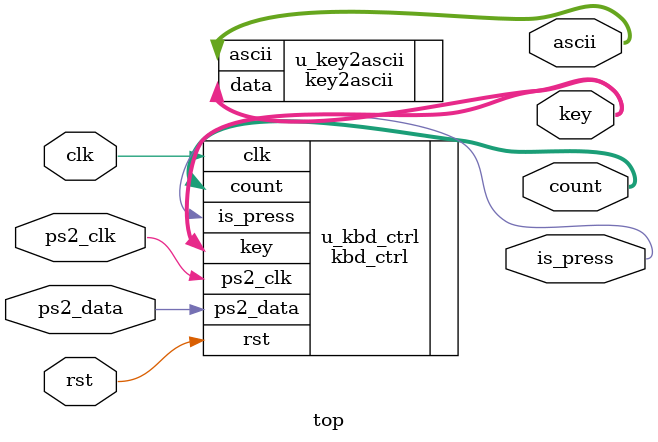
<source format=v>
`timescale 1ns / 1ps
module top(
        input clk,
        input rst,
        input ps2_clk,
        input ps2_data,
        output [7:0] key,
        output [7:0] ascii,
        output [7:0] count,
        output is_press
    );

    kbd_ctrl u_kbd_ctrl(
                 .clk        	( clk         ),
                 .rst       	( rst         ),
                 .ps2_clk    	( ps2_clk     ),
                 .ps2_data   	( ps2_data    ),
                 .is_press 	    ( is_press    ),
                 .count         ( count       ),
                 .key           ( key         )
             );

    key2ascii u_key2ascii(
                  .data   	( key    ),
                  .ascii 	( ascii   )
              );

    wire [3:0] b;
    wire [7:0] h;

    hex7seg key_hi_hex7seg(
                .b 	(   ),
                .h 	( h  )
            );
    hex7seg key_lo_hex7seg(
                .b 	(   ),
                .h 	( h  )
            );

    hex7seg ascii_hi_hex7seg(
                .b 	( b  ),
                .h 	( h  )
            );
    hex7seg ascii_lo_hex7seg(
                .b 	( b  ),
                .h 	( h  )
            );


endmodule

</source>
